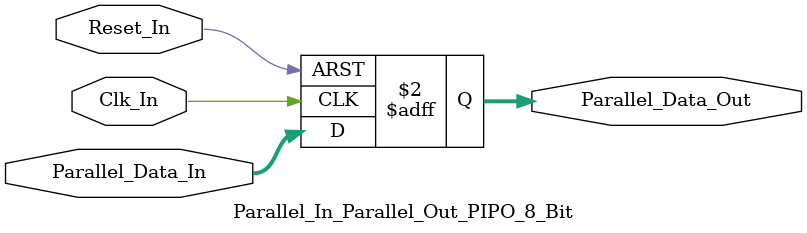
<source format=v>
/* 
Verilog Code to implement a ParParallel-In-Parallel-Out - PIPO - 8-Bit Shift Register.



Author - Prasad Narayan Ghatol
*/



module Parallel_In_Parallel_Out_PIPO_8_Bit(
    input            Clk_In,
    input            Reset_In,

    input      [7:0] Parallel_Data_In,
    output reg [7:0] Parallel_Data_Out
);



// --------------------------------------------------
// Parallel-In-Parallel-Out - PIPO - 8-Bit Shift Register Logic
// --------------------------------------------------
always @ (negedge Clk_In or posedge Reset_In)
    begin
        if (Reset_In)
            begin
                Parallel_Data_Out <= 8'b0;
            end
        else
            begin
                Parallel_Data_Out[0] <= Parallel_Data_In[0];
                Parallel_Data_Out[1] <= Parallel_Data_In[1];
                Parallel_Data_Out[2] <= Parallel_Data_In[2];
                Parallel_Data_Out[3] <= Parallel_Data_In[3];
                Parallel_Data_Out[4] <= Parallel_Data_In[4];
                Parallel_Data_Out[5] <= Parallel_Data_In[5];
                Parallel_Data_Out[6] <= Parallel_Data_In[6];
                Parallel_Data_Out[7] <= Parallel_Data_In[7];
            end
    end



endmodule
</source>
